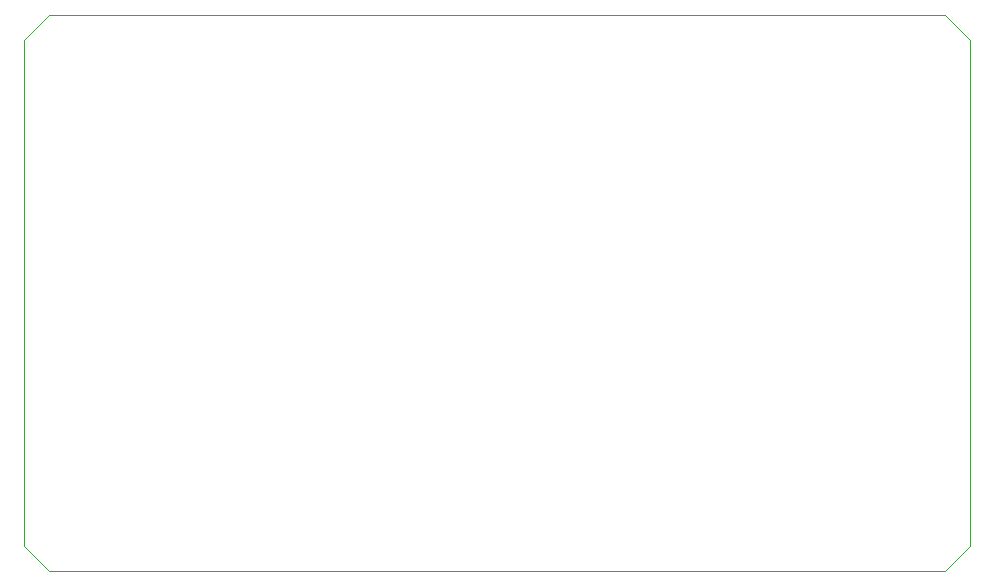
<source format=gbr>
%TF.GenerationSoftware,KiCad,Pcbnew,8.0.4*%
%TF.CreationDate,2024-07-23T21:16:43+01:00*%
%TF.ProjectId,8_Way_Relay_Board,385f5761-795f-4526-956c-61795f426f61,V1*%
%TF.SameCoordinates,Original*%
%TF.FileFunction,Profile,NP*%
%FSLAX46Y46*%
G04 Gerber Fmt 4.6, Leading zero omitted, Abs format (unit mm)*
G04 Created by KiCad (PCBNEW 8.0.4) date 2024-07-23 21:16:43*
%MOMM*%
%LPD*%
G01*
G04 APERTURE LIST*
%TA.AperFunction,Profile*%
%ADD10C,0.100000*%
%TD*%
G04 APERTURE END LIST*
D10*
X63906400Y-49987200D02*
X66040000Y-47853600D01*
X63906400Y-92862400D02*
X66040000Y-94996000D01*
X141833600Y-94996000D02*
X143967200Y-92862400D01*
X141884400Y-47904400D02*
X144018000Y-50038000D01*
X141833600Y-94996000D02*
X66040000Y-94996000D01*
X66040000Y-47853600D02*
X141884400Y-47904400D01*
X63906400Y-92862400D02*
X63906400Y-49987200D01*
X144018000Y-50038000D02*
X143967200Y-92862400D01*
M02*

</source>
